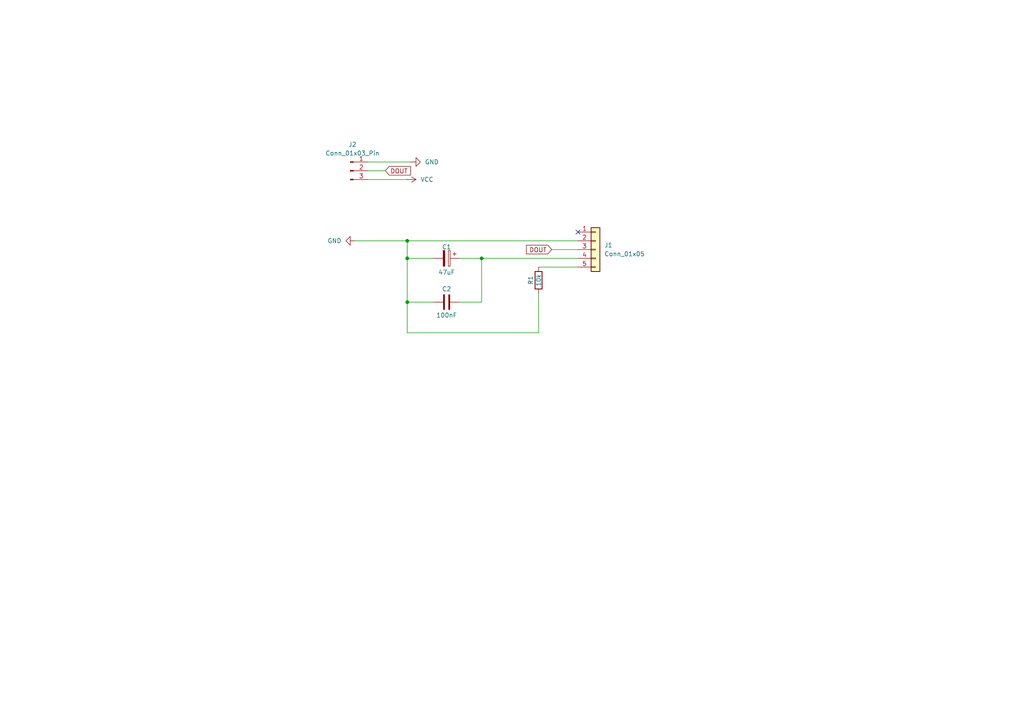
<source format=kicad_sch>
(kicad_sch (version 20250114) (generator "eeschema") (generator_version "9.0")
  (paper "A4")
  (lib_symbols
    (symbol "Connector:Conn_01x03_Pin" (pin_names (offset 1.016) (hide yes))
      (property "Reference" "J" (at 0 5.08 0))
      (property "Value" "Conn_01x03_Pin" (at 0 -5.08 0))
      (symbol "Conn_01x03_Pin_1_1"
        (rectangle (start 0.8636 2.667) (end 0 2.413) (stroke (width 0.1524)) (fill (type outline)))
        (rectangle (start 0.8636 0.127) (end 0 -0.127) (stroke (width 0.1524)) (fill (type outline)))
        (rectangle (start 0.8636 -2.413) (end 0 -2.667) (stroke (width 0.1524)) (fill (type outline)))
        (polyline (pts (xy 1.27 2.54) (xy 0.8636 2.54)) (stroke (width 0.1524)))
        (polyline (pts (xy 1.27 0) (xy 0.8636 0)) (stroke (width 0.1524)))
        (polyline (pts (xy 1.27 -2.54) (xy 0.8636 -2.54)) (stroke (width 0.1524)))
        (pin passive line (at 5.08 2.54 180) (length 3.81) (name "Pin_1") (number "1"))
        (pin passive line (at 5.08 0 180) (length 3.81) (name "Pin_2") (number "2"))
        (pin passive line (at 5.08 -2.54 180) (length 3.81) (name "Pin_3") (number "3"))
      )
    )
    (symbol "Connector_Generic:Conn_01x05" (pin_names (offset 1.016) (hide yes))
      (property "Reference" "J" (at 0 7.62 0))
      (property "Value" "Conn_01x05" (at 0 -7.62 0))
      (symbol "Conn_01x05_1_1"
        (rectangle (start -1.27 6.35) (end 1.27 -6.35) (stroke (width 0.254)) (fill (type background)))
        (rectangle (start -1.27 5.207) (end 0 4.953) (stroke (width 0.1524)))
        (rectangle (start -1.27 2.667) (end 0 2.413) (stroke (width 0.1524)))
        (rectangle (start -1.27 0.127) (end 0 -0.127) (stroke (width 0.1524)))
        (rectangle (start -1.27 -2.413) (end 0 -2.667) (stroke (width 0.1524)))
        (rectangle (start -1.27 -4.953) (end 0 -5.207) (stroke (width 0.1524)))
        (pin passive line (at -5.08 5.08 0) (length 3.81) (name "Pin_1") (number "1"))
        (pin passive line (at -5.08 2.54 0) (length 3.81) (name "Pin_2") (number "2"))
        (pin passive line (at -5.08 0 0) (length 3.81) (name "Pin_3") (number "3"))
        (pin passive line (at -5.08 -2.54 0) (length 3.81) (name "Pin_4") (number "4"))
        (pin passive line (at -5.08 -5.08 0) (length 3.81) (name "Pin_5") (number "5"))
      )
    )
    (symbol "Device:C" (pin_numbers (hide yes)) (pin_names (offset 0.254))
      (property "Reference" "C" (at 0.635 2.54 0))
      (property "Value" "C" (at 0.635 -2.54 0))
      (symbol "C_0_1"
        (polyline (pts (xy -2.032 0.762) (xy 2.032 0.762)) (stroke (width 0.508)))
        (polyline (pts (xy -2.032 -0.762) (xy 2.032 -0.762)) (stroke (width 0.508)))
      )
      (symbol "C_1_1"
        (pin passive line (at 0 3.81 270) (length 2.794) (name "~") (number "1"))
        (pin passive line (at 0 -3.81 90) (length 2.794) (name "~") (number "2"))
      )
    )
    (symbol "Device:C_Polarized" (pin_numbers (hide yes)) (pin_names (offset 0.254))
      (property "Reference" "C" (at 0.635 2.54 0))
      (property "Value" "C_Polarized" (at 0.635 -2.54 0))
      (symbol "C_Polarized_0_1"
        (rectangle (start -2.286 0.508) (end 2.286 1.016))
        (polyline (pts (xy -1.778 2.286) (xy -0.762 2.286)))
        (polyline (pts (xy -1.27 2.794) (xy -1.27 1.778)))
        (rectangle (start 2.286 -0.508) (end -2.286 -1.016) (fill (type outline)))
      )
      (symbol "C_Polarized_1_1"
        (pin passive line (at 0 3.81 270) (length 2.794) (name "~") (number "1"))
        (pin passive line (at 0 -3.81 90) (length 2.794) (name "~") (number "2"))
      )
    )
    (symbol "Device:R" (pin_numbers (hide yes)) (pin_names (offset 0))
      (property "Reference" "R" (at 2.032 0 90))
      (property "Value" "R" (at 0 0 90))
      (symbol "R_0_1"
        (rectangle (start -1.016 -2.54) (end 1.016 2.54) (stroke (width 0.254)))
      )
      (symbol "R_1_1"
        (pin passive line (at 0 3.81 270) (length 1.27) (name "~") (number "1"))
        (pin passive line (at 0 -3.81 90) (length 1.27) (name "~") (number "2"))
      )
    )
    (symbol "power:GND" (power) (pin_numbers (hide yes)) (pin_names (offset 0) (hide yes))
      (property "Value" "GND" (at 0 -3.81 0))
      (symbol "GND_0_1"
        (polyline (pts (xy 0 0) (xy 0 -1.27) (xy 1.27 -1.27) (xy 0 -2.54) (xy -1.27 -1.27) (xy 0 -1.27)))
      )
      (symbol "GND_1_1"
        (pin power_in line (at 0 0 270) (length 0) (name "~") (number "1"))
      )
    )
    (symbol "power:VCC" (power) (pin_numbers (hide yes)) (pin_names (offset 0) (hide yes))
      (property "Value" "VCC" (at 0 3.556 0))
      (symbol "VCC_0_1"
        (polyline (pts (xy -0.762 1.27) (xy 0 2.54)))
        (polyline (pts (xy 0 2.54) (xy 0.762 1.27)))
        (polyline (pts (xy 0 0) (xy 0 2.54)))
      )
      (symbol "VCC_1_1"
        (pin power_in line (at 0 0 90) (length 0) (name "~") (number "1"))
      )
    )
  )
  (junction (at 118.11 74.93))
  (junction (at 139.7 74.93))
  (junction (at 118.11 69.85))
  (junction (at 118.11 87.63))
  (no_connect (at 167.64 67.31))
  (wire (pts (xy 118.11 74.93) (xy 118.11 69.85)))
  (wire (pts (xy 133.35 87.63) (xy 139.7 87.63)))
  (wire (pts (xy 118.11 87.63) (xy 118.11 74.93)))
  (wire (pts (xy 167.64 74.93) (xy 139.7 74.93)))
  (wire (pts (xy 125.73 74.93) (xy 118.11 74.93)))
  (wire (pts (xy 118.11 87.63) (xy 125.73 87.63)))
  (wire (pts (xy 118.11 96.52) (xy 118.11 87.63)))
  (wire (pts (xy 106.68 52.07) (xy 118.11 52.07)))
  (wire (pts (xy 139.7 87.63) (xy 139.7 74.93)))
  (wire (pts (xy 156.21 96.52) (xy 156.21 85.09)))
  (wire (pts (xy 102.87 69.85) (xy 118.11 69.85)))
  (wire (pts (xy 106.68 49.53) (xy 111.76 49.53)))
  (wire (pts (xy 160.02 72.39) (xy 167.64 72.39)))
  (wire (pts (xy 156.21 77.47) (xy 167.64 77.47)))
  (wire (pts (xy 156.21 96.52) (xy 118.11 96.52)))
  (wire (pts (xy 139.7 74.93) (xy 133.35 74.93)))
  (wire (pts (xy 106.68 46.99) (xy 119.38 46.99)))
  (wire (pts (xy 118.11 69.85) (xy 167.64 69.85)))
  (global_label "DOUT" (shape input) (at 160.02 72.39 180) (property "Intersheetrefs" "${INTERSHEET_REFS}" (effects (hide yes))))
  (global_label "DOUT" (shape input) (at 111.76 49.53 0) (property "Intersheetrefs" "${INTERSHEET_REFS}" (effects (hide yes))))
  (symbol (lib_id "power:GND") (at 119.38 46.99 90) (unit 1)
    (property "Reference" "#PWR04" (effects (hide yes)))
    (property "Value" "GND" (at 123.19 46.9899 90) (effects (justify right)))
    (property "Description" "Power symbol creates a global label with name \"GND\" , ground" (effects (hide yes)))
  )
  (symbol (lib_id "power:GND") (at 102.87 69.85 270) (unit 1)
    (property "Reference" "#PWR02" (effects (hide yes)))
    (property "Value" "GND" (at 99.06 69.8499 90) (effects (justify right)))
    (property "Description" "Power symbol creates a global label with name \"GND\" , ground" (effects (hide yes)))
  )
  (symbol (lib_id "Connector:Conn_01x03_Pin") (at 101.6 49.53 0) (unit 1)
    (property "Reference" "J2" (at 102.235 41.91 0))
    (property "Value" "Conn_01x03_Pin" (at 102.235 44.45 0))
    (property "Footprint" "TerminalBlock:TerminalBlock_bornier-3_P5.08mm" (effects (hide yes)))
    (property "Description" "Generic connector, single row, 01x03, script generated" (effects (hide yes)))
  )
  (symbol (lib_id "Device:R") (at 156.21 81.28 180) (unit 1)
    (property "Reference" "R1" (at 153.924 81.28 90))
    (property "Value" "10k" (at 156.21 81.28 90))
    (property "Footprint" "Resistor_THT:R_Axial_DIN0207_L6.3mm_D2.5mm_P7.62mm_Horizontal" (effects (hide yes)))
    (property "Description" "Resistor" (effects (hide yes)))
  )
  (symbol (lib_id "Device:C_Polarized") (at 129.54 74.93 270) (unit 1)
    (property "Reference" "C1" (at 129.54 71.628 90))
    (property "Value" "47uF" (at 129.54 78.994 90))
    (property "Footprint" "Capacitor_THT:CP_Radial_D6.3mm_P2.50mm" (effects (hide yes)))
    (property "Description" "Polarized capacitor" (effects (hide yes)))
  )
  (symbol (lib_id "power:VCC") (at 118.11 52.07 270) (unit 1)
    (property "Reference" "#PWR05" (effects (hide yes)))
    (property "Value" "VCC" (at 121.92 52.0699 90) (effects (justify left)))
    (property "Description" "Power symbol creates a global label with name \"VCC\"" (effects (hide yes)))
  )
  (symbol (lib_id "Device:C") (at 129.54 87.63 270) (unit 1)
    (property "Reference" "C2" (at 129.54 83.82 90))
    (property "Value" "100nF" (at 129.54 91.44 90))
    (property "Footprint" "Capacitor_THT:C_Disc_D5.0mm_W2.5mm_P5.00mm" (effects (hide yes)))
    (property "Description" "Unpolarized capacitor" (effects (hide yes)))
  )
  (symbol (lib_id "Connector_Generic:Conn_01x05") (at 172.72 72.39 0) (unit 1)
    (property "Reference" "J1" (at 175.26 71.1199 0) (effects (justify left)))
    (property "Value" "Conn_01x05" (at 175.26 73.6599 0) (effects (justify left)))
    (property "Footprint" "Connector_PinHeader_2.54mm:PinHeader_1x05_P2.54mm_Vertical" (effects (hide yes)))
    (property "Description" "Generic connector, single row, 01x05, script generated (kicad-library-utils/schlib/autogen/connector/)" (effects (hide yes)))
  )
)
</source>
